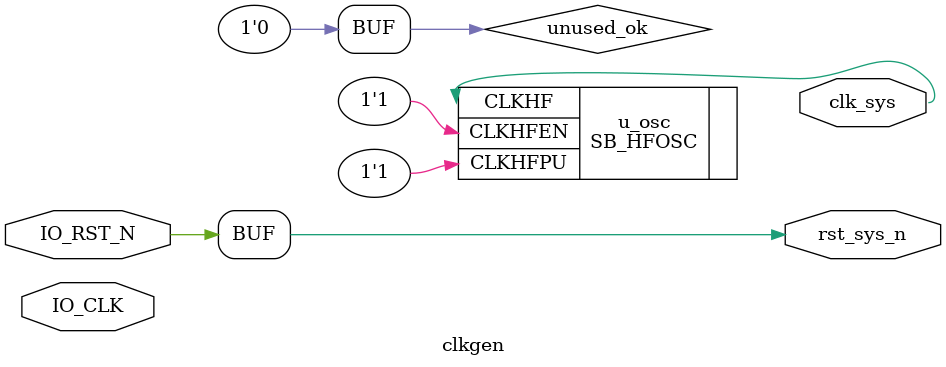
<source format=sv>

module clkgen (
    input IO_CLK,
    input IO_RST_N,
    output clk_sys,
    output rst_sys_n
);
   
   // ICE40UP HSOSC
   SB_HFOSC 
      u_osc (.CLKHFEN (1'b1),
             .CLKHFPU (1'b1),
             .CLKHF   (clk_sys) ) ;

   
   // outputs
   assign rst_sys_n = IO_RST_N;

   // Helper code
   wire unused_ok = &{1'b0,
                     IO_CLK,
                     1'b0};

endmodule

</source>
